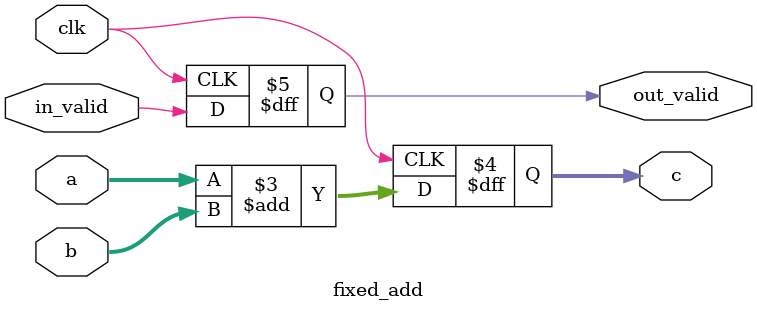
<source format=sv>
`timescale 1ns / 1ps


module fixed_add
#(parameter BITS = 8, PRECISION = "FIXED_4_4")
(
input clk,
input in_valid,
input signed [BITS-1:0] a,
input signed [BITS-1:0] b,
output reg out_valid,
output reg signed [BITS-1:0] c
);

always @(posedge clk)
  out_valid <= in_valid;

always @(posedge clk)
  c <= a + b;

endmodule

</source>
